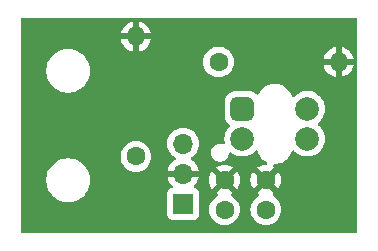
<source format=gbr>
%TF.GenerationSoftware,KiCad,Pcbnew,8.0.5*%
%TF.CreationDate,2024-09-27T23:05:58+12:00*%
%TF.ProjectId,LFR PCB,4c465220-5043-4422-9e6b-696361645f70,rev?*%
%TF.SameCoordinates,Original*%
%TF.FileFunction,Copper,L2,Bot*%
%TF.FilePolarity,Positive*%
%FSLAX46Y46*%
G04 Gerber Fmt 4.6, Leading zero omitted, Abs format (unit mm)*
G04 Created by KiCad (PCBNEW 8.0.5) date 2024-09-27 23:05:58*
%MOMM*%
%LPD*%
G01*
G04 APERTURE LIST*
G04 Aperture macros list*
%AMRoundRect*
0 Rectangle with rounded corners*
0 $1 Rounding radius*
0 $2 $3 $4 $5 $6 $7 $8 $9 X,Y pos of 4 corners*
0 Add a 4 corners polygon primitive as box body*
4,1,4,$2,$3,$4,$5,$6,$7,$8,$9,$2,$3,0*
0 Add four circle primitives for the rounded corners*
1,1,$1+$1,$2,$3*
1,1,$1+$1,$4,$5*
1,1,$1+$1,$6,$7*
1,1,$1+$1,$8,$9*
0 Add four rect primitives between the rounded corners*
20,1,$1+$1,$2,$3,$4,$5,0*
20,1,$1+$1,$4,$5,$6,$7,0*
20,1,$1+$1,$6,$7,$8,$9,0*
20,1,$1+$1,$8,$9,$2,$3,0*%
G04 Aperture macros list end*
%TA.AperFunction,ComponentPad*%
%ADD10C,1.600000*%
%TD*%
%TA.AperFunction,ComponentPad*%
%ADD11O,1.600000X1.600000*%
%TD*%
%TA.AperFunction,ComponentPad*%
%ADD12R,1.700000X1.700000*%
%TD*%
%TA.AperFunction,ComponentPad*%
%ADD13O,1.700000X1.700000*%
%TD*%
%TA.AperFunction,ComponentPad*%
%ADD14RoundRect,0.500000X-0.500000X-0.500000X0.500000X-0.500000X0.500000X0.500000X-0.500000X0.500000X0*%
%TD*%
%TA.AperFunction,ComponentPad*%
%ADD15C,2.000000*%
%TD*%
G04 APERTURE END LIST*
D10*
%TO.P,C2,1*%
%TO.N,VCC*%
X244500000Y-82500000D03*
%TO.P,C2,2*%
%TO.N,GND*%
X244500000Y-80000000D03*
%TD*%
%TO.P,R1,1*%
%TO.N,Net-(R1-Pad1)*%
X244000000Y-70000000D03*
D11*
%TO.P,R1,2*%
%TO.N,GND*%
X254160000Y-70000000D03*
%TD*%
D10*
%TO.P,R2,1*%
%TO.N,Sensor*%
X237000000Y-78000000D03*
D11*
%TO.P,R2,2*%
%TO.N,GND*%
X237000000Y-67840000D03*
%TD*%
D10*
%TO.P,C1,1*%
%TO.N,VCC*%
X248000000Y-82500000D03*
%TO.P,C1,2*%
%TO.N,GND*%
X248000000Y-80000000D03*
%TD*%
D12*
%TO.P,J1,1,Pin_1*%
%TO.N,VCC*%
X241000000Y-82000000D03*
D13*
%TO.P,J1,2,Pin_2*%
%TO.N,GND*%
X241000000Y-79460000D03*
%TO.P,J1,3,Pin_3*%
%TO.N,Sensor*%
X241000000Y-76920000D03*
%TD*%
D14*
%TO.P,U4,1,C*%
%TO.N,Net-(R1-Pad1)*%
X246000000Y-73960000D03*
D15*
%TO.P,U4,2,E*%
%TO.N,Sensor*%
X246000000Y-76500000D03*
%TO.P,U4,3,A*%
%TO.N,VCC*%
X251500000Y-76500000D03*
%TO.P,U4,4,C*%
X251500000Y-73960000D03*
%TD*%
%TA.AperFunction,Conductor*%
%TO.N,GND*%
G36*
X255692539Y-66270185D02*
G01*
X255738294Y-66322989D01*
X255749500Y-66374500D01*
X255749500Y-84375500D01*
X255729815Y-84442539D01*
X255677011Y-84488294D01*
X255625500Y-84499500D01*
X227374500Y-84499500D01*
X227307461Y-84479815D01*
X227261706Y-84427011D01*
X227250500Y-84375500D01*
X227250500Y-79878711D01*
X229399500Y-79878711D01*
X229399500Y-80121288D01*
X229431161Y-80361785D01*
X229493947Y-80596104D01*
X229575277Y-80792452D01*
X229586776Y-80820212D01*
X229708064Y-81030289D01*
X229708066Y-81030292D01*
X229708067Y-81030293D01*
X229855733Y-81222736D01*
X229855739Y-81222743D01*
X230027256Y-81394260D01*
X230027262Y-81394265D01*
X230219711Y-81541936D01*
X230429788Y-81663224D01*
X230653900Y-81756054D01*
X230888211Y-81818838D01*
X231068586Y-81842584D01*
X231128711Y-81850500D01*
X231128712Y-81850500D01*
X231371289Y-81850500D01*
X231419388Y-81844167D01*
X231611789Y-81818838D01*
X231846100Y-81756054D01*
X232070212Y-81663224D01*
X232280289Y-81541936D01*
X232472738Y-81394265D01*
X232644265Y-81222738D01*
X232791936Y-81030289D01*
X232913224Y-80820212D01*
X233006054Y-80596100D01*
X233068838Y-80361789D01*
X233100500Y-80121288D01*
X233100500Y-79878712D01*
X233068838Y-79638211D01*
X233006054Y-79403900D01*
X232913224Y-79179788D01*
X232791936Y-78969711D01*
X232677604Y-78820710D01*
X232644266Y-78777263D01*
X232644260Y-78777256D01*
X232472743Y-78605739D01*
X232472736Y-78605733D01*
X232280293Y-78458067D01*
X232280292Y-78458066D01*
X232280289Y-78458064D01*
X232070212Y-78336776D01*
X232070205Y-78336773D01*
X231846104Y-78243947D01*
X231728944Y-78212554D01*
X231611789Y-78181162D01*
X231611788Y-78181161D01*
X231611785Y-78181161D01*
X231371289Y-78149500D01*
X231371288Y-78149500D01*
X231128712Y-78149500D01*
X231128711Y-78149500D01*
X230888214Y-78181161D01*
X230653895Y-78243947D01*
X230429794Y-78336773D01*
X230429785Y-78336777D01*
X230219706Y-78458067D01*
X230027263Y-78605733D01*
X230027256Y-78605739D01*
X229855739Y-78777256D01*
X229855733Y-78777263D01*
X229708067Y-78969706D01*
X229586777Y-79179785D01*
X229586773Y-79179794D01*
X229493947Y-79403895D01*
X229431161Y-79638214D01*
X229399500Y-79878711D01*
X227250500Y-79878711D01*
X227250500Y-77999998D01*
X235694532Y-77999998D01*
X235694532Y-78000001D01*
X235714364Y-78226686D01*
X235714366Y-78226697D01*
X235773258Y-78446488D01*
X235773261Y-78446497D01*
X235869431Y-78652732D01*
X235869432Y-78652734D01*
X235999954Y-78839141D01*
X236160858Y-79000045D01*
X236160861Y-79000047D01*
X236347266Y-79130568D01*
X236553504Y-79226739D01*
X236773308Y-79285635D01*
X236935230Y-79299801D01*
X236999998Y-79305468D01*
X237000000Y-79305468D01*
X237000002Y-79305468D01*
X237056673Y-79300509D01*
X237226692Y-79285635D01*
X237446496Y-79226739D01*
X237652734Y-79130568D01*
X237839139Y-79000047D01*
X238000047Y-78839139D01*
X238130568Y-78652734D01*
X238226739Y-78446496D01*
X238285635Y-78226692D01*
X238305468Y-78000000D01*
X238285635Y-77773308D01*
X238226739Y-77553504D01*
X238130568Y-77347266D01*
X238028561Y-77201584D01*
X238000045Y-77160858D01*
X237839141Y-76999954D01*
X237724952Y-76919999D01*
X239644341Y-76919999D01*
X239644341Y-76920000D01*
X239664936Y-77155403D01*
X239664938Y-77155413D01*
X239726094Y-77383655D01*
X239726096Y-77383659D01*
X239726097Y-77383663D01*
X239805295Y-77553504D01*
X239825965Y-77597830D01*
X239825967Y-77597834D01*
X239931264Y-77748213D01*
X239935260Y-77753920D01*
X239961501Y-77791395D01*
X239961506Y-77791402D01*
X240128597Y-77958493D01*
X240128603Y-77958498D01*
X240314594Y-78088730D01*
X240358219Y-78143307D01*
X240365413Y-78212805D01*
X240333890Y-78275160D01*
X240314595Y-78291880D01*
X240128922Y-78421890D01*
X240128920Y-78421891D01*
X239961891Y-78588920D01*
X239961886Y-78588926D01*
X239826400Y-78782420D01*
X239826399Y-78782422D01*
X239726570Y-78996507D01*
X239726567Y-78996513D01*
X239669364Y-79209999D01*
X239669364Y-79210000D01*
X240566988Y-79210000D01*
X240534075Y-79267007D01*
X240500000Y-79394174D01*
X240500000Y-79525826D01*
X240534075Y-79652993D01*
X240566988Y-79710000D01*
X239669364Y-79710000D01*
X239726567Y-79923486D01*
X239726570Y-79923492D01*
X239826399Y-80137578D01*
X239961894Y-80331082D01*
X240083946Y-80453134D01*
X240117431Y-80514457D01*
X240112447Y-80584149D01*
X240070575Y-80640082D01*
X240039598Y-80656997D01*
X239907671Y-80706202D01*
X239907664Y-80706206D01*
X239792455Y-80792452D01*
X239792452Y-80792455D01*
X239706206Y-80907664D01*
X239706202Y-80907671D01*
X239655908Y-81042517D01*
X239649501Y-81102116D01*
X239649501Y-81102123D01*
X239649500Y-81102135D01*
X239649500Y-82897870D01*
X239649501Y-82897876D01*
X239655908Y-82957483D01*
X239706202Y-83092328D01*
X239706206Y-83092335D01*
X239792452Y-83207544D01*
X239792455Y-83207547D01*
X239907664Y-83293793D01*
X239907671Y-83293797D01*
X240042517Y-83344091D01*
X240042516Y-83344091D01*
X240049444Y-83344835D01*
X240102127Y-83350500D01*
X241897872Y-83350499D01*
X241957483Y-83344091D01*
X242092331Y-83293796D01*
X242207546Y-83207546D01*
X242293796Y-83092331D01*
X242344091Y-82957483D01*
X242350500Y-82897873D01*
X242350500Y-82499998D01*
X243194532Y-82499998D01*
X243194532Y-82500001D01*
X243214364Y-82726686D01*
X243214366Y-82726697D01*
X243273258Y-82946488D01*
X243273261Y-82946497D01*
X243369431Y-83152732D01*
X243369432Y-83152734D01*
X243499954Y-83339141D01*
X243660858Y-83500045D01*
X243660861Y-83500047D01*
X243847266Y-83630568D01*
X244053504Y-83726739D01*
X244273308Y-83785635D01*
X244435230Y-83799801D01*
X244499998Y-83805468D01*
X244500000Y-83805468D01*
X244500002Y-83805468D01*
X244556673Y-83800509D01*
X244726692Y-83785635D01*
X244946496Y-83726739D01*
X245152734Y-83630568D01*
X245339139Y-83500047D01*
X245500047Y-83339139D01*
X245630568Y-83152734D01*
X245726739Y-82946496D01*
X245785635Y-82726692D01*
X245805468Y-82500000D01*
X245785635Y-82273308D01*
X245726739Y-82053504D01*
X245630568Y-81847266D01*
X245500047Y-81660861D01*
X245500045Y-81660858D01*
X245339141Y-81499954D01*
X245152734Y-81369432D01*
X245152730Y-81369430D01*
X245137022Y-81362105D01*
X245084583Y-81315931D01*
X245065433Y-81248737D01*
X245085650Y-81181857D01*
X245137028Y-81137340D01*
X245152481Y-81130134D01*
X245225471Y-81079024D01*
X244546447Y-80400000D01*
X244552661Y-80400000D01*
X244654394Y-80372741D01*
X244745606Y-80320080D01*
X244820080Y-80245606D01*
X244872741Y-80154394D01*
X244900000Y-80052661D01*
X244900000Y-80046447D01*
X245579024Y-80725471D01*
X245630136Y-80652478D01*
X245726264Y-80446331D01*
X245726269Y-80446317D01*
X245785139Y-80226610D01*
X245785141Y-80226599D01*
X245804966Y-80000002D01*
X245804966Y-79999997D01*
X245785141Y-79773400D01*
X245785139Y-79773389D01*
X245726269Y-79553682D01*
X245726264Y-79553668D01*
X245630136Y-79347521D01*
X245630132Y-79347513D01*
X245579025Y-79274526D01*
X244900000Y-79953551D01*
X244900000Y-79947339D01*
X244872741Y-79845606D01*
X244820080Y-79754394D01*
X244745606Y-79679920D01*
X244654394Y-79627259D01*
X244552661Y-79600000D01*
X244546448Y-79600000D01*
X245225472Y-78920974D01*
X245152478Y-78869863D01*
X244946331Y-78773735D01*
X244946317Y-78773730D01*
X244726610Y-78714860D01*
X244726599Y-78714858D01*
X244500002Y-78695034D01*
X244499998Y-78695034D01*
X244273400Y-78714858D01*
X244273389Y-78714860D01*
X244053682Y-78773730D01*
X244053673Y-78773734D01*
X243847516Y-78869866D01*
X243847512Y-78869868D01*
X243774526Y-78920973D01*
X243774526Y-78920974D01*
X244453553Y-79600000D01*
X244447339Y-79600000D01*
X244345606Y-79627259D01*
X244254394Y-79679920D01*
X244179920Y-79754394D01*
X244127259Y-79845606D01*
X244100000Y-79947339D01*
X244100000Y-79953552D01*
X243420974Y-79274526D01*
X243420973Y-79274526D01*
X243369868Y-79347512D01*
X243369866Y-79347516D01*
X243273734Y-79553673D01*
X243273730Y-79553682D01*
X243214860Y-79773389D01*
X243214858Y-79773400D01*
X243195034Y-79999997D01*
X243195034Y-80000002D01*
X243214858Y-80226599D01*
X243214860Y-80226610D01*
X243273730Y-80446317D01*
X243273735Y-80446331D01*
X243369863Y-80652478D01*
X243420974Y-80725472D01*
X244100000Y-80046446D01*
X244100000Y-80052661D01*
X244127259Y-80154394D01*
X244179920Y-80245606D01*
X244254394Y-80320080D01*
X244345606Y-80372741D01*
X244447339Y-80400000D01*
X244453553Y-80400000D01*
X243774526Y-81079025D01*
X243847513Y-81130132D01*
X243847515Y-81130133D01*
X243862973Y-81137341D01*
X243915413Y-81183513D01*
X243934566Y-81250706D01*
X243914351Y-81317587D01*
X243862979Y-81362104D01*
X243847270Y-81369429D01*
X243847265Y-81369432D01*
X243660858Y-81499954D01*
X243499954Y-81660858D01*
X243369432Y-81847265D01*
X243369431Y-81847267D01*
X243273261Y-82053502D01*
X243273258Y-82053511D01*
X243214366Y-82273302D01*
X243214364Y-82273313D01*
X243194532Y-82499998D01*
X242350500Y-82499998D01*
X242350499Y-81102128D01*
X242344091Y-81042517D01*
X242339530Y-81030289D01*
X242293797Y-80907671D01*
X242293793Y-80907664D01*
X242207547Y-80792455D01*
X242207544Y-80792452D01*
X242092335Y-80706206D01*
X242092328Y-80706202D01*
X241960401Y-80656997D01*
X241904467Y-80615126D01*
X241880050Y-80549662D01*
X241894902Y-80481389D01*
X241916053Y-80453133D01*
X242038108Y-80331078D01*
X242173600Y-80137578D01*
X242273429Y-79923492D01*
X242273432Y-79923486D01*
X242330636Y-79710000D01*
X241433012Y-79710000D01*
X241465925Y-79652993D01*
X241500000Y-79525826D01*
X241500000Y-79394174D01*
X241465925Y-79267007D01*
X241433012Y-79210000D01*
X242330636Y-79210000D01*
X242330635Y-79209999D01*
X242273432Y-78996513D01*
X242273429Y-78996507D01*
X242173600Y-78782422D01*
X242173599Y-78782420D01*
X242038113Y-78588926D01*
X242038108Y-78588920D01*
X241871078Y-78421890D01*
X241685405Y-78291879D01*
X241641780Y-78237302D01*
X241634588Y-78167804D01*
X241666110Y-78105449D01*
X241685406Y-78088730D01*
X241761425Y-78035501D01*
X241871401Y-77958495D01*
X242038495Y-77791401D01*
X242064740Y-77753920D01*
X243349499Y-77753920D01*
X243378340Y-77898907D01*
X243378343Y-77898917D01*
X243434912Y-78035488D01*
X243434919Y-78035501D01*
X243517048Y-78158415D01*
X243517051Y-78158419D01*
X243621580Y-78262948D01*
X243621584Y-78262951D01*
X243744498Y-78345080D01*
X243744511Y-78345087D01*
X243881082Y-78401656D01*
X243881087Y-78401658D01*
X243881091Y-78401658D01*
X243881092Y-78401659D01*
X244026079Y-78430500D01*
X244026082Y-78430500D01*
X244173920Y-78430500D01*
X244271462Y-78411096D01*
X244318913Y-78401658D01*
X244455495Y-78345084D01*
X244578416Y-78262951D01*
X244682951Y-78158416D01*
X244765084Y-78035495D01*
X244821658Y-77898913D01*
X244849196Y-77760474D01*
X244850500Y-77753919D01*
X244851062Y-77748213D01*
X244877220Y-77683425D01*
X244934253Y-77643064D01*
X245004053Y-77639945D01*
X245050626Y-77662509D01*
X245176491Y-77760474D01*
X245395190Y-77878828D01*
X245630386Y-77959571D01*
X245875665Y-78000500D01*
X246124335Y-78000500D01*
X246369614Y-77959571D01*
X246604810Y-77878828D01*
X246823509Y-77760474D01*
X247019744Y-77607738D01*
X247103591Y-77516655D01*
X247163475Y-77480666D01*
X247233314Y-77482765D01*
X247290930Y-77522289D01*
X247312750Y-77562320D01*
X247359433Y-77705996D01*
X247447496Y-77878827D01*
X247466657Y-77916433D01*
X247605483Y-78107510D01*
X247772490Y-78274517D01*
X247963567Y-78413343D01*
X248051337Y-78458064D01*
X248056214Y-78460549D01*
X248107010Y-78508524D01*
X248123805Y-78576345D01*
X248101268Y-78642480D01*
X248046552Y-78685931D01*
X248005341Y-78693975D01*
X248005393Y-78694562D01*
X247773400Y-78714858D01*
X247773389Y-78714860D01*
X247553682Y-78773730D01*
X247553673Y-78773734D01*
X247347516Y-78869866D01*
X247347512Y-78869868D01*
X247274526Y-78920973D01*
X247274526Y-78920974D01*
X247953553Y-79600000D01*
X247947339Y-79600000D01*
X247845606Y-79627259D01*
X247754394Y-79679920D01*
X247679920Y-79754394D01*
X247627259Y-79845606D01*
X247600000Y-79947339D01*
X247600000Y-79953552D01*
X246920974Y-79274526D01*
X246920973Y-79274526D01*
X246869868Y-79347512D01*
X246869866Y-79347516D01*
X246773734Y-79553673D01*
X246773730Y-79553682D01*
X246714860Y-79773389D01*
X246714858Y-79773400D01*
X246695034Y-79999997D01*
X246695034Y-80000002D01*
X246714858Y-80226599D01*
X246714860Y-80226610D01*
X246773730Y-80446317D01*
X246773735Y-80446331D01*
X246869863Y-80652478D01*
X246920974Y-80725472D01*
X247600000Y-80046446D01*
X247600000Y-80052661D01*
X247627259Y-80154394D01*
X247679920Y-80245606D01*
X247754394Y-80320080D01*
X247845606Y-80372741D01*
X247947339Y-80400000D01*
X247953553Y-80400000D01*
X247274526Y-81079025D01*
X247347513Y-81130132D01*
X247347515Y-81130133D01*
X247362973Y-81137341D01*
X247415413Y-81183513D01*
X247434566Y-81250706D01*
X247414351Y-81317587D01*
X247362979Y-81362104D01*
X247347270Y-81369429D01*
X247347265Y-81369432D01*
X247160858Y-81499954D01*
X246999954Y-81660858D01*
X246869432Y-81847265D01*
X246869431Y-81847267D01*
X246773261Y-82053502D01*
X246773258Y-82053511D01*
X246714366Y-82273302D01*
X246714364Y-82273313D01*
X246694532Y-82499998D01*
X246694532Y-82500001D01*
X246714364Y-82726686D01*
X246714366Y-82726697D01*
X246773258Y-82946488D01*
X246773261Y-82946497D01*
X246869431Y-83152732D01*
X246869432Y-83152734D01*
X246999954Y-83339141D01*
X247160858Y-83500045D01*
X247160861Y-83500047D01*
X247347266Y-83630568D01*
X247553504Y-83726739D01*
X247773308Y-83785635D01*
X247935230Y-83799801D01*
X247999998Y-83805468D01*
X248000000Y-83805468D01*
X248000002Y-83805468D01*
X248056673Y-83800509D01*
X248226692Y-83785635D01*
X248446496Y-83726739D01*
X248652734Y-83630568D01*
X248839139Y-83500047D01*
X249000047Y-83339139D01*
X249130568Y-83152734D01*
X249226739Y-82946496D01*
X249285635Y-82726692D01*
X249305468Y-82500000D01*
X249285635Y-82273308D01*
X249226739Y-82053504D01*
X249130568Y-81847266D01*
X249000047Y-81660861D01*
X249000045Y-81660858D01*
X248839141Y-81499954D01*
X248652734Y-81369432D01*
X248652730Y-81369430D01*
X248637022Y-81362105D01*
X248584583Y-81315931D01*
X248565433Y-81248737D01*
X248585650Y-81181857D01*
X248637028Y-81137340D01*
X248652481Y-81130134D01*
X248725471Y-81079024D01*
X248046447Y-80400000D01*
X248052661Y-80400000D01*
X248154394Y-80372741D01*
X248245606Y-80320080D01*
X248320080Y-80245606D01*
X248372741Y-80154394D01*
X248400000Y-80052661D01*
X248400000Y-80046447D01*
X249079024Y-80725471D01*
X249130136Y-80652478D01*
X249226264Y-80446331D01*
X249226269Y-80446317D01*
X249285139Y-80226610D01*
X249285141Y-80226599D01*
X249304966Y-80000002D01*
X249304966Y-79999997D01*
X249285141Y-79773400D01*
X249285139Y-79773389D01*
X249226269Y-79553682D01*
X249226264Y-79553668D01*
X249130136Y-79347521D01*
X249130132Y-79347513D01*
X249079025Y-79274526D01*
X248400000Y-79953551D01*
X248400000Y-79947339D01*
X248372741Y-79845606D01*
X248320080Y-79754394D01*
X248245606Y-79679920D01*
X248154394Y-79627259D01*
X248052661Y-79600000D01*
X248046448Y-79600000D01*
X248725472Y-78920974D01*
X248652478Y-78869863D01*
X248646085Y-78866882D01*
X248593645Y-78820710D01*
X248574493Y-78753517D01*
X248594708Y-78686636D01*
X248647873Y-78641301D01*
X248698489Y-78630500D01*
X248868097Y-78630500D01*
X249101368Y-78593553D01*
X249115627Y-78588920D01*
X249325992Y-78520568D01*
X249536433Y-78413343D01*
X249727510Y-78274517D01*
X249894517Y-78107510D01*
X250033343Y-77916433D01*
X250140568Y-77705992D01*
X250187249Y-77562320D01*
X250226687Y-77504646D01*
X250291045Y-77477448D01*
X250359891Y-77489363D01*
X250396409Y-77516657D01*
X250480252Y-77607734D01*
X250480256Y-77607738D01*
X250676491Y-77760474D01*
X250895190Y-77878828D01*
X251130386Y-77959571D01*
X251375665Y-78000500D01*
X251624335Y-78000500D01*
X251869614Y-77959571D01*
X252104810Y-77878828D01*
X252323509Y-77760474D01*
X252519744Y-77607738D01*
X252688164Y-77424785D01*
X252824173Y-77216607D01*
X252924063Y-76988881D01*
X252985108Y-76747821D01*
X252987880Y-76714366D01*
X253005643Y-76500005D01*
X253005643Y-76499994D01*
X252985109Y-76252187D01*
X252985107Y-76252175D01*
X252924063Y-76011118D01*
X252824173Y-75783393D01*
X252688166Y-75575217D01*
X252574682Y-75451941D01*
X252519744Y-75392262D01*
X252436991Y-75327852D01*
X252396179Y-75271143D01*
X252392504Y-75201370D01*
X252427136Y-75140687D01*
X252436985Y-75132151D01*
X252519744Y-75067738D01*
X252688164Y-74884785D01*
X252824173Y-74676607D01*
X252924063Y-74448881D01*
X252985108Y-74207821D01*
X253005643Y-73960000D01*
X252985108Y-73712179D01*
X252924063Y-73471119D01*
X252893728Y-73401963D01*
X252824173Y-73243393D01*
X252688166Y-73035217D01*
X252636721Y-72979333D01*
X252519744Y-72852262D01*
X252323509Y-72699526D01*
X252323507Y-72699525D01*
X252323506Y-72699524D01*
X252104811Y-72581172D01*
X252104802Y-72581169D01*
X251869616Y-72500429D01*
X251624335Y-72459500D01*
X251375665Y-72459500D01*
X251130383Y-72500429D01*
X250895197Y-72581169D01*
X250895188Y-72581172D01*
X250676493Y-72699524D01*
X250480256Y-72852261D01*
X250396409Y-72943343D01*
X250336522Y-72979333D01*
X250266684Y-72977232D01*
X250209068Y-72937707D01*
X250187249Y-72897677D01*
X250181642Y-72880421D01*
X250140568Y-72754008D01*
X250033343Y-72543567D01*
X249894517Y-72352490D01*
X249727510Y-72185483D01*
X249536433Y-72046657D01*
X249325996Y-71939433D01*
X249101368Y-71866446D01*
X248868097Y-71829500D01*
X248868092Y-71829500D01*
X248631908Y-71829500D01*
X248631903Y-71829500D01*
X248398631Y-71866446D01*
X248174003Y-71939433D01*
X247963566Y-72046657D01*
X247854550Y-72125862D01*
X247772490Y-72185483D01*
X247772488Y-72185485D01*
X247772487Y-72185485D01*
X247605485Y-72352487D01*
X247605485Y-72352488D01*
X247605483Y-72352490D01*
X247561357Y-72413224D01*
X247466657Y-72543566D01*
X247387497Y-72698926D01*
X247339522Y-72749722D01*
X247271701Y-72766517D01*
X247205566Y-72743979D01*
X247198651Y-72738733D01*
X247053407Y-72620302D01*
X246873049Y-72526091D01*
X246873048Y-72526090D01*
X246873045Y-72526089D01*
X246755829Y-72492550D01*
X246677418Y-72470114D01*
X246677415Y-72470113D01*
X246677413Y-72470113D01*
X246611102Y-72464217D01*
X246558037Y-72459500D01*
X246558032Y-72459500D01*
X245441971Y-72459500D01*
X245441965Y-72459500D01*
X245441964Y-72459501D01*
X245430316Y-72460536D01*
X245322584Y-72470113D01*
X245126954Y-72526089D01*
X245045116Y-72568838D01*
X244946593Y-72620302D01*
X244946591Y-72620303D01*
X244946590Y-72620304D01*
X244788890Y-72748890D01*
X244681642Y-72880421D01*
X244660302Y-72906593D01*
X244623403Y-72977232D01*
X244566089Y-73086954D01*
X244510114Y-73282583D01*
X244510113Y-73282586D01*
X244499500Y-73401966D01*
X244499500Y-74518028D01*
X244499501Y-74518034D01*
X244510113Y-74637415D01*
X244566089Y-74833045D01*
X244566090Y-74833048D01*
X244566091Y-74833049D01*
X244660302Y-75013407D01*
X244660304Y-75013409D01*
X244788890Y-75171109D01*
X244826003Y-75201370D01*
X244912448Y-75271856D01*
X244951965Y-75329477D01*
X244954057Y-75399315D01*
X244925317Y-75451941D01*
X244811833Y-75575217D01*
X244675826Y-75783393D01*
X244575936Y-76011118D01*
X244514892Y-76252175D01*
X244514890Y-76252187D01*
X244494357Y-76499994D01*
X244494357Y-76500005D01*
X244514890Y-76747812D01*
X244514893Y-76747828D01*
X244536746Y-76834125D01*
X244534120Y-76903945D01*
X244494164Y-76961262D01*
X244429562Y-76987878D01*
X244369088Y-76979125D01*
X244318913Y-76958342D01*
X244318907Y-76958340D01*
X244173920Y-76929500D01*
X244173918Y-76929500D01*
X244026082Y-76929500D01*
X244026080Y-76929500D01*
X243881092Y-76958340D01*
X243881082Y-76958343D01*
X243744511Y-77014912D01*
X243744498Y-77014919D01*
X243621584Y-77097048D01*
X243621580Y-77097051D01*
X243517051Y-77201580D01*
X243517048Y-77201584D01*
X243434919Y-77324498D01*
X243434912Y-77324511D01*
X243378343Y-77461082D01*
X243378340Y-77461092D01*
X243349500Y-77606079D01*
X243349500Y-77606082D01*
X243349500Y-77753918D01*
X243349500Y-77753920D01*
X243349499Y-77753920D01*
X242064740Y-77753920D01*
X242174035Y-77597830D01*
X242273903Y-77383663D01*
X242335063Y-77155408D01*
X242355659Y-76920000D01*
X242335063Y-76684592D01*
X242273903Y-76456337D01*
X242174035Y-76242171D01*
X242107996Y-76147856D01*
X242038494Y-76048597D01*
X241871402Y-75881506D01*
X241871395Y-75881501D01*
X241677834Y-75745967D01*
X241677830Y-75745965D01*
X241663820Y-75739432D01*
X241463663Y-75646097D01*
X241463659Y-75646096D01*
X241463655Y-75646094D01*
X241235413Y-75584938D01*
X241235403Y-75584936D01*
X241000001Y-75564341D01*
X240999999Y-75564341D01*
X240764596Y-75584936D01*
X240764586Y-75584938D01*
X240536344Y-75646094D01*
X240536335Y-75646098D01*
X240322171Y-75745964D01*
X240322169Y-75745965D01*
X240128597Y-75881505D01*
X239961505Y-76048597D01*
X239825965Y-76242169D01*
X239825964Y-76242171D01*
X239726098Y-76456335D01*
X239726094Y-76456344D01*
X239664938Y-76684586D01*
X239664936Y-76684596D01*
X239644341Y-76919999D01*
X237724952Y-76919999D01*
X237652734Y-76869432D01*
X237652732Y-76869431D01*
X237446497Y-76773261D01*
X237446488Y-76773258D01*
X237226697Y-76714366D01*
X237226693Y-76714365D01*
X237226692Y-76714365D01*
X237226691Y-76714364D01*
X237226686Y-76714364D01*
X237000002Y-76694532D01*
X236999998Y-76694532D01*
X236773313Y-76714364D01*
X236773302Y-76714366D01*
X236553511Y-76773258D01*
X236553502Y-76773261D01*
X236347267Y-76869431D01*
X236347265Y-76869432D01*
X236160858Y-76999954D01*
X235999954Y-77160858D01*
X235869432Y-77347265D01*
X235869431Y-77347267D01*
X235773261Y-77553502D01*
X235773258Y-77553511D01*
X235714366Y-77773302D01*
X235714364Y-77773313D01*
X235694532Y-77999998D01*
X227250500Y-77999998D01*
X227250500Y-70628711D01*
X229399500Y-70628711D01*
X229399500Y-70871288D01*
X229431161Y-71111785D01*
X229493947Y-71346104D01*
X229586773Y-71570205D01*
X229586776Y-71570212D01*
X229708064Y-71780289D01*
X229708066Y-71780292D01*
X229708067Y-71780293D01*
X229855733Y-71972736D01*
X229855739Y-71972743D01*
X230027256Y-72144260D01*
X230027262Y-72144265D01*
X230219711Y-72291936D01*
X230429788Y-72413224D01*
X230653900Y-72506054D01*
X230888211Y-72568838D01*
X231068586Y-72592584D01*
X231128711Y-72600500D01*
X231128712Y-72600500D01*
X231371289Y-72600500D01*
X231419388Y-72594167D01*
X231611789Y-72568838D01*
X231846100Y-72506054D01*
X232070212Y-72413224D01*
X232280289Y-72291936D01*
X232472738Y-72144265D01*
X232644265Y-71972738D01*
X232791936Y-71780289D01*
X232913224Y-71570212D01*
X233006054Y-71346100D01*
X233068838Y-71111789D01*
X233100500Y-70871288D01*
X233100500Y-70628712D01*
X233068838Y-70388211D01*
X233006054Y-70153900D01*
X232942306Y-69999998D01*
X242694532Y-69999998D01*
X242694532Y-70000001D01*
X242714364Y-70226686D01*
X242714366Y-70226697D01*
X242773258Y-70446488D01*
X242773261Y-70446497D01*
X242869431Y-70652732D01*
X242869432Y-70652734D01*
X242999954Y-70839141D01*
X243160858Y-71000045D01*
X243160861Y-71000047D01*
X243347266Y-71130568D01*
X243553504Y-71226739D01*
X243773308Y-71285635D01*
X243935230Y-71299801D01*
X243999998Y-71305468D01*
X244000000Y-71305468D01*
X244000002Y-71305468D01*
X244056673Y-71300509D01*
X244226692Y-71285635D01*
X244446496Y-71226739D01*
X244652734Y-71130568D01*
X244839139Y-71000047D01*
X245000047Y-70839139D01*
X245130568Y-70652734D01*
X245226739Y-70446496D01*
X245285635Y-70226692D01*
X245305468Y-70000000D01*
X245285635Y-69773308D01*
X245279389Y-69749999D01*
X252881127Y-69749999D01*
X252881128Y-69750000D01*
X253844314Y-69750000D01*
X253839920Y-69754394D01*
X253787259Y-69845606D01*
X253760000Y-69947339D01*
X253760000Y-70052661D01*
X253787259Y-70154394D01*
X253839920Y-70245606D01*
X253844314Y-70250000D01*
X252881128Y-70250000D01*
X252933730Y-70446317D01*
X252933734Y-70446326D01*
X253029865Y-70652482D01*
X253160342Y-70838820D01*
X253321179Y-70999657D01*
X253507517Y-71130134D01*
X253713673Y-71226265D01*
X253713682Y-71226269D01*
X253909999Y-71278872D01*
X253910000Y-71278871D01*
X253910000Y-70315686D01*
X253914394Y-70320080D01*
X254005606Y-70372741D01*
X254107339Y-70400000D01*
X254212661Y-70400000D01*
X254314394Y-70372741D01*
X254405606Y-70320080D01*
X254410000Y-70315686D01*
X254410000Y-71278872D01*
X254606317Y-71226269D01*
X254606326Y-71226265D01*
X254812482Y-71130134D01*
X254998820Y-70999657D01*
X255159657Y-70838820D01*
X255290134Y-70652482D01*
X255386265Y-70446326D01*
X255386269Y-70446317D01*
X255438872Y-70250000D01*
X254475686Y-70250000D01*
X254480080Y-70245606D01*
X254532741Y-70154394D01*
X254560000Y-70052661D01*
X254560000Y-69947339D01*
X254532741Y-69845606D01*
X254480080Y-69754394D01*
X254475686Y-69750000D01*
X255438872Y-69750000D01*
X255438872Y-69749999D01*
X255386269Y-69553682D01*
X255386265Y-69553673D01*
X255290134Y-69347517D01*
X255159657Y-69161179D01*
X254998820Y-69000342D01*
X254812482Y-68869865D01*
X254606328Y-68773734D01*
X254410000Y-68721127D01*
X254410000Y-69684314D01*
X254405606Y-69679920D01*
X254314394Y-69627259D01*
X254212661Y-69600000D01*
X254107339Y-69600000D01*
X254005606Y-69627259D01*
X253914394Y-69679920D01*
X253910000Y-69684314D01*
X253910000Y-68721127D01*
X253713671Y-68773734D01*
X253507517Y-68869865D01*
X253321179Y-69000342D01*
X253160342Y-69161179D01*
X253029865Y-69347517D01*
X252933734Y-69553673D01*
X252933730Y-69553682D01*
X252881127Y-69749999D01*
X245279389Y-69749999D01*
X245226739Y-69553504D01*
X245130568Y-69347266D01*
X245000047Y-69160861D01*
X245000045Y-69160858D01*
X244839141Y-68999954D01*
X244652734Y-68869432D01*
X244652732Y-68869431D01*
X244446497Y-68773261D01*
X244446488Y-68773258D01*
X244226697Y-68714366D01*
X244226693Y-68714365D01*
X244226692Y-68714365D01*
X244226691Y-68714364D01*
X244226686Y-68714364D01*
X244000002Y-68694532D01*
X243999998Y-68694532D01*
X243773313Y-68714364D01*
X243773302Y-68714366D01*
X243553511Y-68773258D01*
X243553502Y-68773261D01*
X243347267Y-68869431D01*
X243347265Y-68869432D01*
X243160858Y-68999954D01*
X242999954Y-69160858D01*
X242869432Y-69347265D01*
X242869431Y-69347267D01*
X242773261Y-69553502D01*
X242773258Y-69553511D01*
X242714366Y-69773302D01*
X242714364Y-69773313D01*
X242694532Y-69999998D01*
X232942306Y-69999998D01*
X232913224Y-69929788D01*
X232791936Y-69719711D01*
X232644265Y-69527262D01*
X232644260Y-69527256D01*
X232472743Y-69355739D01*
X232472736Y-69355733D01*
X232280293Y-69208067D01*
X232280292Y-69208066D01*
X232280289Y-69208064D01*
X232070212Y-69086776D01*
X232020694Y-69066265D01*
X231846104Y-68993947D01*
X231611785Y-68931161D01*
X231371289Y-68899500D01*
X231371288Y-68899500D01*
X231128712Y-68899500D01*
X231128711Y-68899500D01*
X230888214Y-68931161D01*
X230653895Y-68993947D01*
X230429794Y-69086773D01*
X230429785Y-69086777D01*
X230219706Y-69208067D01*
X230027263Y-69355733D01*
X230027256Y-69355739D01*
X229855739Y-69527256D01*
X229855733Y-69527263D01*
X229708067Y-69719706D01*
X229586777Y-69929785D01*
X229586773Y-69929794D01*
X229493947Y-70153895D01*
X229431161Y-70388214D01*
X229399500Y-70628711D01*
X227250500Y-70628711D01*
X227250500Y-67589999D01*
X235721127Y-67589999D01*
X235721128Y-67590000D01*
X236684314Y-67590000D01*
X236679920Y-67594394D01*
X236627259Y-67685606D01*
X236600000Y-67787339D01*
X236600000Y-67892661D01*
X236627259Y-67994394D01*
X236679920Y-68085606D01*
X236684314Y-68090000D01*
X235721128Y-68090000D01*
X235773730Y-68286317D01*
X235773734Y-68286326D01*
X235869865Y-68492482D01*
X236000342Y-68678820D01*
X236161179Y-68839657D01*
X236347517Y-68970134D01*
X236553673Y-69066265D01*
X236553682Y-69066269D01*
X236749999Y-69118872D01*
X236750000Y-69118871D01*
X236750000Y-68155686D01*
X236754394Y-68160080D01*
X236845606Y-68212741D01*
X236947339Y-68240000D01*
X237052661Y-68240000D01*
X237154394Y-68212741D01*
X237245606Y-68160080D01*
X237250000Y-68155686D01*
X237250000Y-69118872D01*
X237446317Y-69066269D01*
X237446326Y-69066265D01*
X237652482Y-68970134D01*
X237838820Y-68839657D01*
X237999657Y-68678820D01*
X238130134Y-68492482D01*
X238226265Y-68286326D01*
X238226269Y-68286317D01*
X238278872Y-68090000D01*
X237315686Y-68090000D01*
X237320080Y-68085606D01*
X237372741Y-67994394D01*
X237400000Y-67892661D01*
X237400000Y-67787339D01*
X237372741Y-67685606D01*
X237320080Y-67594394D01*
X237315686Y-67590000D01*
X238278872Y-67590000D01*
X238278872Y-67589999D01*
X238226269Y-67393682D01*
X238226265Y-67393673D01*
X238130134Y-67187517D01*
X237999657Y-67001179D01*
X237838820Y-66840342D01*
X237652482Y-66709865D01*
X237446328Y-66613734D01*
X237250000Y-66561127D01*
X237250000Y-67524314D01*
X237245606Y-67519920D01*
X237154394Y-67467259D01*
X237052661Y-67440000D01*
X236947339Y-67440000D01*
X236845606Y-67467259D01*
X236754394Y-67519920D01*
X236750000Y-67524314D01*
X236750000Y-66561127D01*
X236553671Y-66613734D01*
X236347517Y-66709865D01*
X236161179Y-66840342D01*
X236000342Y-67001179D01*
X235869865Y-67187517D01*
X235773734Y-67393673D01*
X235773730Y-67393682D01*
X235721127Y-67589999D01*
X227250500Y-67589999D01*
X227250500Y-66374500D01*
X227270185Y-66307461D01*
X227322989Y-66261706D01*
X227374500Y-66250500D01*
X255625500Y-66250500D01*
X255692539Y-66270185D01*
G37*
%TD.AperFunction*%
%TD*%
M02*

</source>
